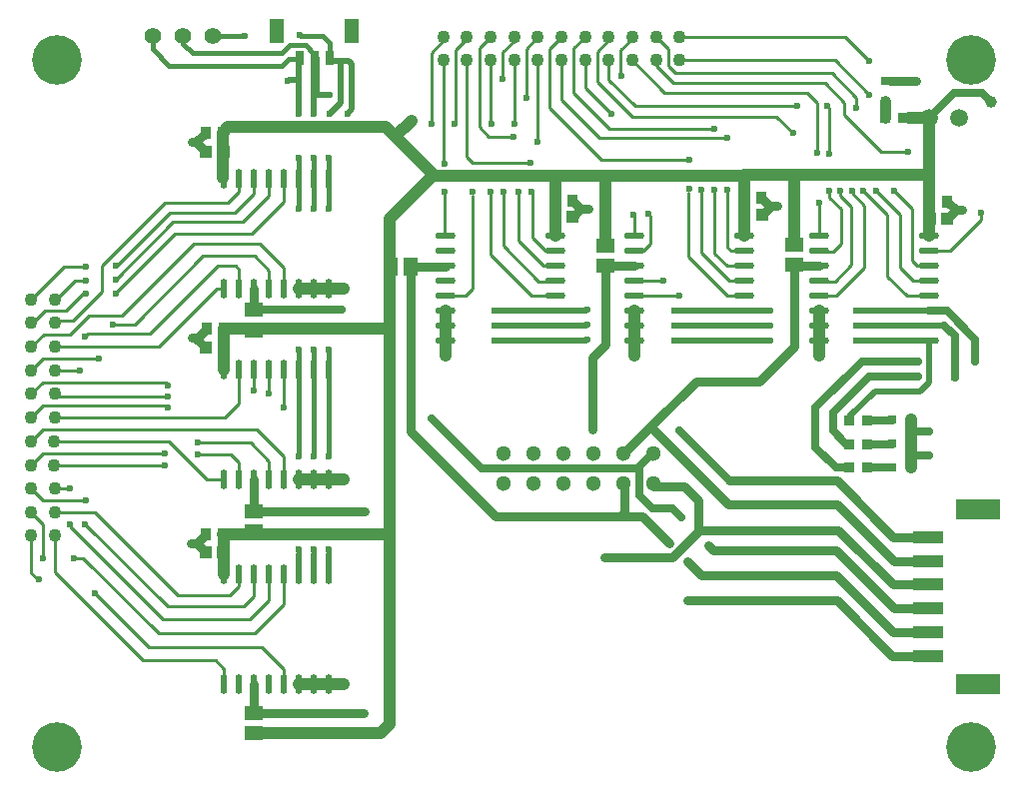
<source format=gtl>
G04*
G04 #@! TF.GenerationSoftware,Altium Limited,Altium Designer,18.1.11 (251)*
G04*
G04 Layer_Physical_Order=1*
G04 Layer_Color=255*
%FSLAX25Y25*%
%MOIN*%
G70*
G01*
G75*
%ADD10C,0.01000*%
%ADD15C,0.03937*%
%ADD16R,0.03740X0.04134*%
%ADD17R,0.03150X0.04724*%
%ADD18R,0.05118X0.08465*%
%ADD19R,0.06102X0.04724*%
%ADD20R,0.04724X0.06102*%
%ADD21R,0.03150X0.03150*%
%ADD22O,0.02165X0.06693*%
%ADD23O,0.06693X0.02165*%
%ADD24R,0.14961X0.07087*%
%ADD25R,0.09843X0.03937*%
%ADD26R,0.04134X0.03937*%
%ADD27R,0.03347X0.03543*%
%ADD28R,0.03150X0.03150*%
%ADD49C,0.02500*%
%ADD50C,0.03500*%
%ADD51C,0.02953*%
%ADD52C,0.01575*%
%ADD53C,0.02000*%
%ADD54C,0.03937*%
%ADD55C,0.01968*%
%ADD56C,0.01500*%
%ADD57C,0.05906*%
%ADD58C,0.04331*%
%ADD59C,0.05512*%
%ADD60C,0.05118*%
%ADD61C,0.16535*%
%ADD62C,0.02362*%
D10*
X355500Y270100D02*
X363400Y262200D01*
X348917Y297638D02*
Y301283D01*
X340800Y309400D02*
X348917Y301283D01*
X270300Y308400D02*
Y317000D01*
Y308400D02*
X270400Y308300D01*
X246555Y317555D02*
X250500Y321500D01*
X246555Y297745D02*
Y317555D01*
Y297745D02*
X263900Y280400D01*
X214800Y292500D02*
X215235Y292935D01*
Y317006D02*
X218900Y320672D01*
X215235Y292935D02*
Y317006D01*
X218900Y320672D02*
Y321500D01*
X77498Y147600D02*
Y158902D01*
X73600Y162800D02*
X77498Y158902D01*
X336400Y256004D02*
Y266100D01*
X142800Y142007D02*
X143000Y141807D01*
X139961Y135138D02*
X143000Y138177D01*
X122462Y135138D02*
X139961D01*
X94800Y162800D02*
X122462Y135138D01*
X143000Y138177D02*
Y141807D01*
X86300Y158900D02*
X86400Y158800D01*
Y158100D02*
X117400Y127100D01*
X86400Y158100D02*
Y158800D01*
X117400Y127100D02*
X146500D01*
X137807Y173700D02*
X137900Y173793D01*
X142900Y199000D02*
Y210407D01*
X142800Y142007D02*
X142900Y142107D01*
X157900Y105493D02*
Y110400D01*
X152900Y202400D02*
Y210407D01*
X87900Y147500D02*
X91000D01*
X157900Y132000D02*
Y142107D01*
X73600Y170700D02*
X77500Y166800D01*
X91400D01*
X81400Y162800D02*
X94800D01*
X91700Y166500D02*
Y166900D01*
X81400Y170700D02*
X86500D01*
X152900Y133500D02*
Y142107D01*
X147900Y134700D02*
Y142107D01*
X73500Y178600D02*
X77500Y182600D01*
X118100D01*
X73500Y186500D02*
X77500Y190500D01*
X138300Y194400D02*
X142900Y199000D01*
X81400Y194400D02*
X138300D01*
X158000Y197800D02*
Y210307D01*
X157900Y210407D02*
X158000Y210307D01*
X81400Y210200D02*
X89600D01*
X89800Y210000D01*
X91500Y221300D02*
X92500Y222300D01*
X113300D01*
X136000Y245000D01*
X141800D01*
X142900Y243900D01*
Y237393D02*
Y243900D01*
X373107Y250000D02*
X380100D01*
X390500Y260400D01*
Y262900D01*
X290000Y321500D02*
X345300D01*
X353200Y313600D01*
X361500Y270000D02*
X367500Y264000D01*
Y246800D02*
Y264000D01*
Y246800D02*
X369100Y245200D01*
X372907D01*
X373107Y245000D01*
X282100Y321500D02*
X286100Y317500D01*
Y311900D02*
Y317500D01*
Y311900D02*
X288600Y309400D01*
X340800D01*
X290000Y313700D02*
X341700D01*
X353150Y302250D01*
X363400Y244500D02*
X367900Y240000D01*
X373107D01*
X282100Y311700D02*
Y313700D01*
X274200D02*
X285000Y302900D01*
X332500D01*
X335900Y299500D01*
Y282700D02*
Y299500D01*
X266300Y320400D02*
Y321500D01*
X262500Y316600D02*
X266300Y320400D01*
X274200Y320900D02*
Y321500D01*
X270300Y317000D02*
X274200Y320900D01*
X266300Y307100D02*
Y313700D01*
X336493Y240000D02*
X336693Y239800D01*
X343500Y268600D02*
Y269400D01*
Y268600D02*
X347300Y264800D01*
X339300Y298500D02*
X339900Y297900D01*
X336493Y250000D02*
X336693Y249800D01*
X339900Y283000D02*
Y297900D01*
Y283000D02*
X340000Y282900D01*
Y282500D02*
Y282900D01*
Y267900D02*
Y269100D01*
Y267900D02*
X343800Y264100D01*
X336693Y249800D02*
X341100D01*
X343800Y252500D01*
Y264100D01*
X254600Y317700D02*
X258400Y321500D01*
X305900Y270500D02*
X306000Y270400D01*
Y251200D02*
Y270400D01*
Y251200D02*
X307100Y250100D01*
X311407D01*
X311507Y250000D01*
X262500Y306400D02*
Y316600D01*
X301600Y249100D02*
Y270600D01*
Y249100D02*
X305700Y245000D01*
X311507D01*
X258400Y304600D02*
Y313700D01*
Y304600D02*
X267100Y295900D01*
X254600Y302700D02*
Y317700D01*
Y302700D02*
X266600Y290700D01*
X301400D01*
X311307Y240200D02*
X311507Y240000D01*
X297300Y249500D02*
Y270500D01*
Y249500D02*
X306600Y240200D01*
X311307D01*
X306000Y235000D02*
X311507D01*
X274600Y262100D02*
X274893Y261807D01*
Y255000D02*
Y261807D01*
Y250000D02*
X277700D01*
X280100Y252400D01*
Y261800D01*
X279400Y262500D02*
X280100Y261800D01*
X234700Y320100D02*
Y321600D01*
X230900Y316300D02*
X234700Y320100D01*
X242600Y321300D02*
Y321600D01*
X238700Y317400D02*
X242600Y321300D01*
X238700Y301100D02*
Y317400D01*
X274993Y235100D02*
X289700D01*
X274893Y235000D02*
X274993Y235100D01*
X274893Y240000D02*
X284400D01*
X242600Y286400D02*
Y313800D01*
X240500Y269600D02*
X240800Y269300D01*
Y254400D02*
Y269300D01*
Y254400D02*
X245200Y250000D01*
X248407D01*
X218900Y281400D02*
Y313700D01*
Y281400D02*
X220800Y279500D01*
X240200D01*
X223100Y317800D02*
X226800Y321500D01*
Y292500D02*
Y313700D01*
X236200Y253300D02*
Y269900D01*
Y253300D02*
X244500Y245000D01*
X248407D01*
X231100Y251700D02*
Y269900D01*
Y251700D02*
X242900Y239900D01*
X248307D01*
X248407Y240000D01*
X240500Y235000D02*
X248407D01*
X211200Y279400D02*
Y313700D01*
Y279400D02*
X211500Y279100D01*
X211400Y255393D02*
Y268700D01*
Y255393D02*
X211793Y255000D01*
X211200Y320300D02*
Y321500D01*
X220800Y237400D02*
Y268500D01*
X218400Y235000D02*
X220800Y237400D01*
X211793Y235000D02*
X218400D01*
X157900Y237393D02*
Y244400D01*
X149800Y252500D02*
X157900Y244400D01*
X127700Y252500D02*
X149800D01*
X103800Y228600D02*
X127700Y252500D01*
X100700Y225600D02*
X108300D01*
X131000Y248300D01*
X148100D01*
X152900Y243500D01*
Y237393D02*
Y243500D01*
X139200Y266100D02*
X142900Y269800D01*
Y274007D01*
X73600Y226000D02*
X74300D01*
X91000Y235900D02*
X91500D01*
X121500Y255900D02*
X147200D01*
X157900Y266600D01*
Y274007D01*
X81400Y233900D02*
X82000D01*
X88300Y240200D01*
X91700D01*
X101800Y240500D02*
X121000Y259700D01*
X144100D01*
X152900Y268500D01*
Y274007D01*
X73600Y233900D02*
X84400Y244700D01*
X102100Y245200D02*
X119800Y262900D01*
X141600D01*
X147900Y269200D01*
Y274007D01*
X73600Y210200D02*
X77400Y214000D01*
X96300D01*
X73600Y202300D02*
X77400Y206100D01*
X147900Y210407D02*
X148000Y210307D01*
Y203600D02*
Y210307D01*
X81400Y202300D02*
X82200Y201500D01*
X119200D01*
X73600Y194400D02*
X77600Y198400D01*
X118600D01*
X119200Y197800D01*
X77400Y206100D02*
X118600D01*
X147900Y163247D02*
X148000Y163146D01*
X207100Y316200D02*
X211200Y320300D01*
X207100Y292500D02*
Y316200D01*
X135493Y237393D02*
X137900D01*
X81400Y218100D02*
X116200D01*
X135493Y237393D01*
X351300Y270000D02*
X359200Y262100D01*
Y241500D02*
Y262100D01*
Y241500D02*
X365700Y235000D01*
X373107D01*
X336493D02*
X342100D01*
X351500Y244400D01*
X336693Y239800D02*
X341700D01*
X347300Y245400D01*
Y264800D01*
X262500Y306400D02*
X274100Y294800D01*
X322200D01*
X327700Y289300D01*
X266300Y307100D02*
X275100Y298300D01*
X329200D01*
X263900Y280400D02*
X293100Y280600D01*
X250500Y300400D02*
Y313700D01*
Y300400D02*
X263200Y287700D01*
X305800D01*
X230900Y307500D02*
Y316300D01*
Y307500D02*
X230950Y307450D01*
X234700Y293700D02*
Y313800D01*
X223100Y291400D02*
Y317800D01*
Y291400D02*
X226300Y288200D01*
X234500D01*
X226800Y292500D02*
X227100Y292200D01*
X234700Y292500D02*
Y293700D01*
X226700Y248800D02*
X240500Y235000D01*
X226700Y248800D02*
Y269700D01*
X292900Y248100D02*
X306000Y235000D01*
X292900Y248100D02*
Y269500D01*
X363400Y244500D02*
Y262200D01*
X347400Y269300D02*
X351500Y265200D01*
Y244400D02*
Y265200D01*
X118600Y206100D02*
X119600Y205100D01*
X84400Y244700D02*
X91700D01*
X91900D01*
X91000Y147500D02*
X116200Y122300D01*
X148200D01*
X157900Y132000D01*
X146500Y127100D02*
X152900Y133500D01*
X91600Y158900D02*
X119100Y131400D01*
X144600D01*
X147900Y134700D01*
X91400Y166800D02*
X91700Y166500D01*
X81400Y142800D02*
Y155100D01*
X74300Y226000D02*
X78300Y230000D01*
X85100D01*
X91000Y235900D01*
X101400Y235800D02*
X121500Y255900D01*
X93000Y228600D02*
X103800D01*
X81400Y226000D02*
X82300Y226900D01*
X87500D01*
X97100Y236500D01*
X73600Y218100D02*
X77700Y222200D01*
X86600D01*
X93000Y228600D01*
X97100Y236500D02*
Y245100D01*
X118100Y266100D01*
X139200D01*
X129100Y182200D02*
X140100D01*
X129100Y186100D02*
X146700D01*
X152900Y179900D01*
Y173793D02*
Y179900D01*
X81300Y186500D02*
X119400D01*
X132200Y173700D01*
X137807D01*
X81300Y178600D02*
X81600Y178300D01*
X117600D01*
X140100Y182200D02*
X142900Y179400D01*
Y173793D02*
Y179400D01*
X77500Y190500D02*
X148800D01*
X157900Y181400D01*
Y173793D02*
Y181400D01*
X112900Y117700D02*
X150600D01*
X157900Y110400D01*
X94950Y135650D02*
X112900Y117700D01*
X81400Y142800D02*
X110800Y113400D01*
X135100D01*
X137900Y110600D01*
Y105493D02*
Y110600D01*
X73600Y142600D02*
Y155100D01*
Y142600D02*
X75800Y140400D01*
X76100D01*
X282100Y311700D02*
X287700Y306100D01*
X336400D01*
X338500D01*
X345000Y299600D01*
Y295300D02*
Y299600D01*
Y295300D02*
X357200Y283100D01*
X366200D01*
D15*
X200400Y293500D02*
D03*
X393800Y299900D02*
D03*
D16*
X137554Y155400D02*
D03*
X131846D02*
D03*
X248646Y266700D02*
D03*
X254354D02*
D03*
X137854Y224100D02*
D03*
X132146D02*
D03*
X311646Y267900D02*
D03*
X317354D02*
D03*
X137554Y289600D02*
D03*
X131846D02*
D03*
X373646Y266600D02*
D03*
X379354D02*
D03*
D17*
X173100Y314500D02*
D03*
X168200D02*
D03*
X163300D02*
D03*
D18*
X180600Y323500D02*
D03*
X155400D02*
D03*
D19*
X147800Y89153D02*
D03*
Y95846D02*
D03*
X148000Y156454D02*
D03*
Y163146D02*
D03*
X265200Y251700D02*
D03*
Y245007D02*
D03*
X147900Y223607D02*
D03*
Y230300D02*
D03*
X328300Y252147D02*
D03*
Y245454D02*
D03*
D20*
X193454Y244800D02*
D03*
X200147D02*
D03*
D21*
X358465Y300193D02*
D03*
Y306693D02*
D03*
D22*
X137900Y173793D02*
D03*
X142900D02*
D03*
X147900D02*
D03*
X152900D02*
D03*
X157900D02*
D03*
X162900D02*
D03*
X167900D02*
D03*
X172900D02*
D03*
X137900Y210407D02*
D03*
X142900D02*
D03*
X147900D02*
D03*
X152900D02*
D03*
X157900D02*
D03*
X162900D02*
D03*
X167900D02*
D03*
X172900D02*
D03*
X137900Y105493D02*
D03*
X142900D02*
D03*
X147900D02*
D03*
X152900D02*
D03*
X157900D02*
D03*
X162900D02*
D03*
X167900D02*
D03*
X172900D02*
D03*
X137900Y142107D02*
D03*
X142900D02*
D03*
X147900D02*
D03*
X152900D02*
D03*
X157900D02*
D03*
X162900D02*
D03*
X167900D02*
D03*
X172900D02*
D03*
X137900Y237393D02*
D03*
X142900D02*
D03*
X147900D02*
D03*
X152900D02*
D03*
X157900D02*
D03*
X162900D02*
D03*
X167900D02*
D03*
X172900D02*
D03*
X137900Y274007D02*
D03*
X142900D02*
D03*
X147900D02*
D03*
X152900D02*
D03*
X157900D02*
D03*
X162900D02*
D03*
X167900D02*
D03*
X172900D02*
D03*
D23*
X211793Y255000D02*
D03*
Y250000D02*
D03*
Y245000D02*
D03*
Y240000D02*
D03*
Y235000D02*
D03*
Y230000D02*
D03*
Y225000D02*
D03*
Y220000D02*
D03*
X248407Y255000D02*
D03*
Y250000D02*
D03*
Y245000D02*
D03*
Y240000D02*
D03*
Y235000D02*
D03*
Y230000D02*
D03*
Y225000D02*
D03*
Y220000D02*
D03*
X274893Y255000D02*
D03*
Y250000D02*
D03*
Y245000D02*
D03*
Y240000D02*
D03*
Y235000D02*
D03*
Y230000D02*
D03*
Y225000D02*
D03*
Y220000D02*
D03*
X311507Y255000D02*
D03*
Y250000D02*
D03*
Y245000D02*
D03*
Y240000D02*
D03*
Y235000D02*
D03*
Y230000D02*
D03*
Y225000D02*
D03*
Y220000D02*
D03*
X336493Y255000D02*
D03*
Y250000D02*
D03*
Y245000D02*
D03*
Y240000D02*
D03*
Y235000D02*
D03*
Y230000D02*
D03*
Y225000D02*
D03*
Y220000D02*
D03*
X373107Y255000D02*
D03*
Y250000D02*
D03*
Y245000D02*
D03*
Y240000D02*
D03*
Y235000D02*
D03*
Y230000D02*
D03*
Y225000D02*
D03*
Y220000D02*
D03*
D24*
X389424Y163946D02*
D03*
Y105446D02*
D03*
D25*
X373024Y154446D02*
D03*
Y146546D02*
D03*
Y138646D02*
D03*
Y130746D02*
D03*
Y122846D02*
D03*
Y114946D02*
D03*
D26*
X131747Y149400D02*
D03*
X137653D02*
D03*
X254353Y261500D02*
D03*
X248447D02*
D03*
X131847Y217700D02*
D03*
X137753D02*
D03*
X317453Y262200D02*
D03*
X311547D02*
D03*
X131847Y283100D02*
D03*
X137753D02*
D03*
X379353Y260900D02*
D03*
X373447D02*
D03*
D27*
X358449Y294390D02*
D03*
X364551D02*
D03*
X352658Y177657D02*
D03*
X346555D02*
D03*
X352658Y185630D02*
D03*
X346555D02*
D03*
X352658Y193602D02*
D03*
X346555D02*
D03*
D28*
X360823Y193824D02*
D03*
X367323D02*
D03*
X360823Y185852D02*
D03*
X367323D02*
D03*
X360823Y177880D02*
D03*
X367323D02*
D03*
D49*
X279753Y181300D02*
X281594D01*
X276575Y174507D02*
Y178121D01*
X276548Y174481D02*
X276575Y174507D01*
X276548Y170497D02*
Y174481D01*
Y170497D02*
X276575Y170471D01*
Y168405D02*
Y170471D01*
Y168405D02*
X280794Y164187D01*
X276575Y178121D02*
X279753Y181300D01*
X275752Y177298D02*
X276575Y178121D01*
X223802Y177298D02*
X275752D01*
X207100Y194000D02*
X223802Y177298D01*
X280794Y164187D02*
X287513D01*
X290600Y161100D01*
X345571Y185630D02*
X346555D01*
X341043Y190157D02*
X345571Y185630D01*
X341043Y190157D02*
Y196063D01*
X353051Y208071D01*
X342028Y177756D02*
X345965D01*
X335335Y184449D02*
X342028Y177756D01*
X335335Y184449D02*
Y197638D01*
X381600Y302900D02*
X390800D01*
X393800Y299900D01*
X373200Y294500D02*
X381600Y302900D01*
X147900Y230300D02*
X177300D01*
X207100Y194000D02*
Y194200D01*
X289800Y190100D02*
X306500Y173400D01*
X378346Y225000D02*
X381693Y221654D01*
X373107Y230000D02*
X379055D01*
X388583Y220472D01*
Y213189D02*
Y220472D01*
X350984Y213287D02*
X369587D01*
X335335Y197638D02*
X350984Y213287D01*
X381693Y207776D02*
Y221654D01*
X353051Y208071D02*
X369488D01*
X352658Y177657D02*
X360823D01*
X352658Y185630D02*
X360823D01*
X352658Y193602D02*
X360823D01*
X367323Y181866D02*
X373204D01*
X367323Y189838D02*
X373204D01*
D50*
X358449Y300177D02*
X358465Y300193D01*
X358449Y294390D02*
Y300177D01*
D51*
X292600Y133500D02*
X342400D01*
X260925Y190400D02*
Y214525D01*
X291594Y171300D02*
X296100Y166794D01*
X281594Y171300D02*
X291594D01*
X148000Y163146D02*
X184800D01*
X277600Y161500D02*
X286600Y152500D01*
X200200Y189900D02*
Y244900D01*
X271594Y163094D02*
Y171300D01*
X379354Y266600D02*
X382204Y263751D01*
X317453Y262200D02*
X320502Y265249D01*
X254354Y266700D02*
X257005Y264049D01*
X254456Y261500D02*
X257005Y264049D01*
X382202Y263749D02*
X384349D01*
X379353Y260900D02*
X382202Y263749D01*
X320005Y265249D02*
X320502D01*
X322649D01*
X317354Y267900D02*
X320005Y265249D01*
X257005Y264049D02*
X259649D01*
X254353Y261500D02*
X254456D01*
X128747Y152400D02*
X128846D01*
X126800D02*
X128747D01*
X131747Y149400D01*
X128846Y152400D02*
X131846Y155400D01*
X128296Y221251D02*
X129297D01*
X127151D02*
X128296D01*
X131847Y217700D01*
X129297Y221251D02*
X132146Y224100D01*
X128596Y286351D02*
X131847Y283100D01*
X127051Y286351D02*
X128596D01*
X131846Y289600D01*
X147900Y163247D02*
Y173793D01*
X265207Y245000D02*
X274893D01*
X147900Y230300D02*
Y237393D01*
X147800Y95846D02*
Y105393D01*
Y95846D02*
X184653D01*
X328300Y245454D02*
X328753Y245000D01*
X336493D01*
X200200Y244900D02*
X211693D01*
X265207Y218807D02*
Y245000D01*
X200200Y189900D02*
X228600Y161500D01*
X270000D01*
X277600D01*
X360300Y306700D02*
X369000D01*
X297200Y141800D02*
X342300D01*
X292600Y146400D02*
X297200Y141800D01*
X301300Y150000D02*
X342200D01*
X306500Y173400D02*
X342400D01*
X361354Y154446D01*
X373024D01*
X342500Y165500D02*
X361454Y146546D01*
X373024D01*
X361254Y138646D02*
X373024D01*
X342200Y150000D02*
X361454Y130746D01*
X373024D01*
X342300Y141800D02*
X361254Y122846D01*
X373024D01*
X342400Y133500D02*
X360954Y114946D01*
X373024D01*
X296100Y156435D02*
Y166794D01*
X306153Y165500D02*
X342500D01*
X280266Y191388D02*
X280277Y191377D01*
X306153Y165500D01*
X280277Y191377D02*
X295400Y206500D01*
X260925Y214525D02*
X265207Y218807D01*
X299627Y151673D02*
X301300Y150000D01*
X299606Y151673D02*
X299627D01*
X295400Y206500D02*
X316539D01*
X328300Y218261D01*
Y245454D01*
X270943Y182043D02*
X280277Y191377D01*
X264900Y147900D02*
X287565D01*
X296100Y156435D01*
X297660Y156890D02*
X343010D01*
X361254Y138646D01*
D52*
X168000Y313400D02*
X168750Y314150D01*
X127457Y316043D02*
X157262D01*
X159919Y318700D01*
X165100D01*
X159474Y314100D02*
X162900D01*
X157283Y311910D02*
X159474Y314100D01*
X119691Y311910D02*
X157283D01*
X114300Y317300D02*
X119691Y311910D01*
X124300Y319200D02*
X127457Y316043D01*
X167900Y274007D02*
Y281100D01*
X162900Y274007D02*
Y281100D01*
X172900Y274007D02*
Y281100D01*
Y181600D02*
Y210407D01*
Y217200D01*
Y148900D02*
Y150600D01*
Y264100D02*
Y274007D01*
X167900Y181600D02*
Y210407D01*
Y148900D02*
Y150600D01*
Y210407D02*
Y217200D01*
Y264100D02*
Y274007D01*
X162900Y181600D02*
Y210407D01*
Y148900D02*
Y150600D01*
Y210407D02*
Y217200D01*
Y264100D02*
Y274007D01*
X114300Y317300D02*
Y321900D01*
X167900Y315500D02*
X168100Y315300D01*
X124300Y319200D02*
Y321900D01*
X134300D02*
X144800D01*
X173100Y314500D02*
X173300Y314700D01*
Y319300D01*
X167900Y315500D02*
Y315900D01*
X170700Y321900D02*
X173300Y319300D01*
X163400Y321900D02*
X170700D01*
X163300Y322000D02*
X163400Y321900D01*
X165100Y318700D02*
X167900Y315900D01*
D53*
X270000Y161500D02*
X271594Y163094D01*
X173100Y295800D02*
X176900Y299600D01*
X167900Y173793D02*
X168100Y173993D01*
X211693Y244900D02*
X211793Y245000D01*
X172900Y142107D02*
Y148900D01*
X167900Y142107D02*
Y148900D01*
X162900Y142107D02*
Y148900D01*
X228300Y225000D02*
X248407D01*
X228300Y220000D02*
X248407D01*
X228300Y230000D02*
X248407D01*
Y225000D02*
X259000D01*
X259300Y225300D01*
X311507Y225000D02*
X320300D01*
X288100D02*
X311507D01*
X349000D02*
X373107D01*
X248407Y220000D02*
X259000D01*
X259300Y220300D01*
X311507Y220000D02*
X320300D01*
X288100D02*
X311507D01*
X349000D02*
X373107D01*
X248407Y230000D02*
X259000D01*
X259300Y230300D01*
X311507Y230000D02*
X320300D01*
X288100D02*
X311507D01*
X349000D02*
X373107D01*
X173100Y314500D02*
X174100Y313500D01*
X172800Y313600D02*
X179400D01*
X180600Y312400D01*
Y297300D02*
Y312400D01*
X179100Y295800D02*
X180600Y297300D01*
X176900Y299600D02*
Y313500D01*
X174100D02*
X176900D01*
X168850Y302100D02*
Y314550D01*
Y302100D02*
X172800D01*
X286400Y152500D02*
X286600D01*
X159300Y306900D02*
X159500Y307100D01*
X162900D01*
D54*
X373300Y266600D02*
Y275300D01*
X248407Y266700D02*
Y274493D01*
X373300Y260900D02*
Y266600D01*
Y275300D02*
Y294500D01*
X311507Y262200D02*
Y267900D01*
Y275207D01*
X248407Y261500D02*
Y266700D01*
X193100Y244800D02*
Y260718D01*
Y119587D02*
Y155400D01*
X137900Y217700D02*
Y224054D01*
Y149400D02*
Y155054D01*
X147900Y224100D02*
X193100D01*
X137554Y283100D02*
Y289600D01*
X148000Y155400D02*
X193100D01*
X367323Y189838D02*
Y193824D01*
Y185852D02*
Y189838D01*
X208100Y275000D02*
X247900D01*
X207382D02*
X208100D01*
X373300Y255193D02*
Y260900D01*
X311507Y255000D02*
Y262200D01*
X248407Y255000D02*
Y261500D01*
X193100Y224100D02*
Y244800D01*
X137854Y224100D02*
X147900D01*
X137554Y274353D02*
Y283100D01*
Y155400D02*
X148000D01*
X137900Y210407D02*
Y217700D01*
Y142107D02*
Y149400D01*
X193100Y260718D02*
X207382Y275000D01*
X373107Y255000D02*
X373300Y255193D01*
X311507Y275207D02*
X311600Y275300D01*
X247900Y275000D02*
X248107Y275207D01*
X139254Y291300D02*
X191800D01*
X137554Y289600D02*
X139254Y291300D01*
X194800Y288300D02*
X208100Y275000D01*
X366551Y294500D02*
X373200D01*
X366451Y294400D02*
X366551Y294500D01*
X248107Y275207D02*
X264900D01*
X311507D01*
X265200Y251700D02*
Y274907D01*
X264900Y275207D02*
X265200Y274907D01*
X328300Y252147D02*
Y275300D01*
X311600D02*
X328300D01*
X372500D01*
X336400Y215000D02*
X336493Y215093D01*
Y220000D01*
Y225000D01*
Y230000D01*
X274893Y225000D02*
Y230000D01*
Y220000D02*
Y225000D01*
Y215093D02*
Y220000D01*
X211793Y225000D02*
Y230000D01*
Y220000D02*
Y225000D01*
Y215093D02*
Y220000D01*
X162900Y237393D02*
X167900D01*
X172900D01*
X177807D01*
X162900Y173793D02*
X167900D01*
X172900D01*
X177807D01*
X162900Y105493D02*
X167900D01*
X172900D01*
X177807D01*
X190253Y89153D02*
X193100Y92000D01*
X147800Y89153D02*
X190253D01*
X137854Y224100D02*
X137900Y224054D01*
X195200Y288300D02*
X200400Y293500D01*
X194800Y288300D02*
X195200D01*
X191800Y291300D02*
X194800Y288300D01*
X193100Y92000D02*
Y119587D01*
Y155400D02*
Y224100D01*
X137554Y155400D02*
X137900Y155054D01*
X367323Y177880D02*
Y181866D01*
Y185852D01*
X247900Y275000D02*
X248407Y274493D01*
D55*
X346654Y193110D02*
Y194685D01*
X373107Y206178D02*
Y220000D01*
X370079Y203150D02*
X373107Y206178D01*
X355118Y203150D02*
X370079D01*
X346654Y194685D02*
X355118Y203150D01*
X168000Y295800D02*
Y313400D01*
X162900Y295800D02*
Y314100D01*
X373107Y225000D02*
X378346D01*
X381594Y207677D02*
X381693Y207776D01*
D56*
X147800Y105393D02*
X147900Y105493D01*
X184653Y95846D02*
X184700Y95800D01*
D57*
X373298Y294402D02*
D03*
X383298D02*
D03*
D58*
X73600Y233900D02*
D03*
Y226000D02*
D03*
Y210200D02*
D03*
Y218100D02*
D03*
Y202300D02*
D03*
Y194400D02*
D03*
X73500Y178600D02*
D03*
Y186500D02*
D03*
X73600Y170700D02*
D03*
Y162800D02*
D03*
Y155100D02*
D03*
X81400D02*
D03*
Y162800D02*
D03*
Y170700D02*
D03*
X81300Y186500D02*
D03*
Y178600D02*
D03*
X81400Y194400D02*
D03*
Y202300D02*
D03*
Y218100D02*
D03*
Y210200D02*
D03*
Y226000D02*
D03*
Y233900D02*
D03*
X290000Y321500D02*
D03*
X282100D02*
D03*
X266300D02*
D03*
X274200D02*
D03*
X258400D02*
D03*
X250500D02*
D03*
X234700Y321600D02*
D03*
X242600D02*
D03*
X226800Y321500D02*
D03*
X218900D02*
D03*
X211200D02*
D03*
Y313700D02*
D03*
X218900D02*
D03*
X226800D02*
D03*
X242600Y313800D02*
D03*
X234700D02*
D03*
X250500Y313700D02*
D03*
X258400D02*
D03*
X274200D02*
D03*
X266300D02*
D03*
X282100D02*
D03*
X290000D02*
D03*
D59*
X114343Y321900D02*
D03*
X124343D02*
D03*
X134343D02*
D03*
D60*
X231358Y172489D02*
D03*
Y182489D02*
D03*
X241357D02*
D03*
Y172489D02*
D03*
X251358D02*
D03*
Y182489D02*
D03*
X261357D02*
D03*
Y172489D02*
D03*
X271357D02*
D03*
Y182489D02*
D03*
X281358D02*
D03*
Y172489D02*
D03*
D61*
X387303Y313870D02*
D03*
Y84358D02*
D03*
X82185D02*
D03*
Y313870D02*
D03*
D62*
X353150Y302165D02*
D03*
X348917Y297638D02*
D03*
X260827Y190400D02*
D03*
X290600Y161100D02*
D03*
X173100Y295800D02*
D03*
X152900Y202400D02*
D03*
X77400Y147600D02*
D03*
X87900Y147500D02*
D03*
X91700Y166900D02*
D03*
X86500Y170700D02*
D03*
X91600Y158900D02*
D03*
X86500D02*
D03*
X118100Y182600D02*
D03*
X119200Y197800D02*
D03*
X158000D02*
D03*
X89800Y210000D02*
D03*
X91500Y221300D02*
D03*
X126800Y152400D02*
D03*
X127151Y221251D02*
D03*
X127051Y286351D02*
D03*
X259649Y264049D02*
D03*
X322649Y265249D02*
D03*
X384349Y263749D02*
D03*
X335900Y282700D02*
D03*
X336400Y266100D02*
D03*
X366200Y283100D02*
D03*
X390500Y262900D02*
D03*
X353200Y313600D02*
D03*
X361500Y270000D02*
D03*
X355500D02*
D03*
X270400Y308300D02*
D03*
X351300Y270000D02*
D03*
X347400D02*
D03*
X327700Y289300D02*
D03*
X343500Y270000D02*
D03*
X339300Y298500D02*
D03*
X340000Y282500D02*
D03*
X339700Y270000D02*
D03*
X305800Y287700D02*
D03*
X305900Y270600D02*
D03*
X301400Y290700D02*
D03*
X301600Y270600D02*
D03*
X267100Y295900D02*
D03*
X297300Y270600D02*
D03*
X293100Y280600D02*
D03*
X274600Y262100D02*
D03*
X279400Y262500D02*
D03*
X289700Y235100D02*
D03*
X284400Y240000D02*
D03*
X242500Y286400D02*
D03*
X240500Y269700D02*
D03*
X240200Y279500D02*
D03*
X236200Y269700D02*
D03*
X231100D02*
D03*
X226700D02*
D03*
X211500Y279100D02*
D03*
X211400Y269700D02*
D03*
X220800D02*
D03*
X100700Y225600D02*
D03*
X91700Y235900D02*
D03*
X101800Y235800D02*
D03*
X91700Y240200D02*
D03*
X101800Y240500D02*
D03*
X91700Y244700D02*
D03*
X101800Y245200D02*
D03*
X96300Y214000D02*
D03*
X148000Y203600D02*
D03*
X119200Y201500D02*
D03*
Y205100D02*
D03*
X184800Y163000D02*
D03*
X336400Y215000D02*
D03*
X274800D02*
D03*
X211700D02*
D03*
X177900Y237300D02*
D03*
Y173700D02*
D03*
Y105400D02*
D03*
X184700Y95800D02*
D03*
X177300Y230300D02*
D03*
X167900Y281100D02*
D03*
X162900D02*
D03*
X172900D02*
D03*
X168000Y295800D02*
D03*
X172900Y150600D02*
D03*
Y181600D02*
D03*
Y217200D02*
D03*
Y264100D02*
D03*
X167900Y150600D02*
D03*
Y181600D02*
D03*
Y217200D02*
D03*
Y264100D02*
D03*
X162900Y150600D02*
D03*
Y181600D02*
D03*
Y217200D02*
D03*
Y264100D02*
D03*
X228300Y225000D02*
D03*
Y220000D02*
D03*
Y230000D02*
D03*
X288100Y225000D02*
D03*
X259300Y225300D02*
D03*
X320300Y225000D02*
D03*
X349000D02*
D03*
X288100Y220000D02*
D03*
X259300Y220300D02*
D03*
X320300Y220000D02*
D03*
X349000D02*
D03*
X288100Y230000D02*
D03*
X259300Y230300D02*
D03*
X320300Y230000D02*
D03*
X349000D02*
D03*
X163300Y322000D02*
D03*
X144800Y321900D02*
D03*
X179100Y295800D02*
D03*
X173100Y302100D02*
D03*
X329200Y298300D02*
D03*
X230950Y307450D02*
D03*
X238700Y301100D02*
D03*
X234500Y288200D02*
D03*
X227100Y292500D02*
D03*
X214800D02*
D03*
X234700D02*
D03*
X207100D02*
D03*
X293100Y270700D02*
D03*
X286400Y152500D02*
D03*
X264900Y147900D02*
D03*
X369000Y306700D02*
D03*
X159300Y306900D02*
D03*
X162900Y295800D02*
D03*
X129100Y182200D02*
D03*
Y186100D02*
D03*
X118100Y178300D02*
D03*
X207100Y194200D02*
D03*
X94950Y135650D02*
D03*
X76100Y140400D02*
D03*
X292600Y146400D02*
D03*
Y133600D02*
D03*
X289800Y190100D02*
D03*
X299606Y151673D02*
D03*
X388583Y213189D02*
D03*
X369587Y213287D02*
D03*
X381594Y207677D02*
D03*
X369488Y208071D02*
D03*
X373228Y181890D02*
D03*
Y189862D02*
D03*
M02*

</source>
